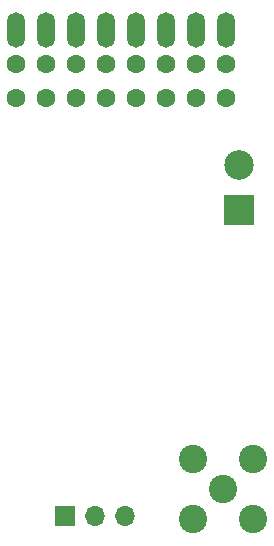
<source format=gbr>
G04 #@! TF.GenerationSoftware,KiCad,Pcbnew,(5.1.9-0-10_14)*
G04 #@! TF.CreationDate,2021-04-20T22:11:40+01:00*
G04 #@! TF.ProjectId,TinyTX4-sma,54696e79-5458-4342-9d73-6d612e6b6963,rev?*
G04 #@! TF.SameCoordinates,Original*
G04 #@! TF.FileFunction,Soldermask,Bot*
G04 #@! TF.FilePolarity,Negative*
%FSLAX46Y46*%
G04 Gerber Fmt 4.6, Leading zero omitted, Abs format (unit mm)*
G04 Created by KiCad (PCBNEW (5.1.9-0-10_14)) date 2021-04-20 22:11:40*
%MOMM*%
%LPD*%
G01*
G04 APERTURE LIST*
%ADD10C,2.400000*%
%ADD11O,1.700000X1.700000*%
%ADD12R,1.700000X1.700000*%
%ADD13R,2.499360X2.499360*%
%ADD14C,2.499360*%
%ADD15C,1.600000*%
%ADD16O,1.500000X3.000000*%
G04 APERTURE END LIST*
D10*
X36545520Y-58643520D03*
X31465520Y-58643520D03*
X36545520Y-53563520D03*
X31465520Y-53563520D03*
X34005520Y-56103520D03*
D11*
X25654000Y-58420000D03*
X23114000Y-58420000D03*
D12*
X20574000Y-58420000D03*
D13*
X35285680Y-32517080D03*
D14*
X35285680Y-28707080D03*
D15*
X16440320Y-22977120D03*
X18980320Y-22977120D03*
X21520320Y-22977120D03*
X24060320Y-22977120D03*
X26600320Y-22977120D03*
X29140320Y-22977120D03*
X31680320Y-22977120D03*
X34220320Y-22977120D03*
X16440320Y-20170400D03*
X18980320Y-20170400D03*
X21520320Y-20170400D03*
X24060320Y-20170400D03*
X26600320Y-20170400D03*
X29140320Y-20170400D03*
X31680320Y-20170400D03*
X34220320Y-20170400D03*
D16*
X16443960Y-17292320D03*
X18983960Y-17292320D03*
X21523960Y-17292320D03*
X24063960Y-17292320D03*
X26603960Y-17292320D03*
X29143960Y-17292320D03*
X31683960Y-17292320D03*
X34223960Y-17292320D03*
M02*

</source>
